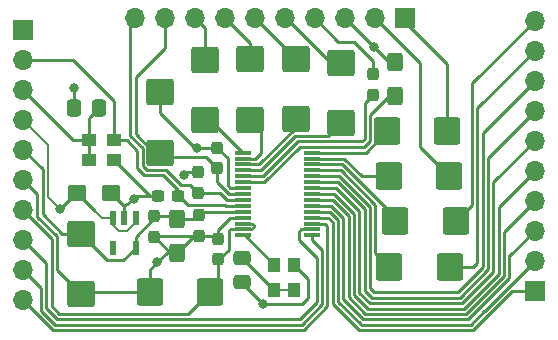
<source format=gbr>
G04 #@! TF.GenerationSoftware,KiCad,Pcbnew,(6.0.5)*
G04 #@! TF.CreationDate,2023-01-29T16:22:37-08:00*
G04 #@! TF.ProjectId,PCM1863,50434d31-3836-4332-9e6b-696361645f70,rev?*
G04 #@! TF.SameCoordinates,Original*
G04 #@! TF.FileFunction,Copper,L1,Top*
G04 #@! TF.FilePolarity,Positive*
%FSLAX46Y46*%
G04 Gerber Fmt 4.6, Leading zero omitted, Abs format (unit mm)*
G04 Created by KiCad (PCBNEW (6.0.5)) date 2023-01-29 16:22:37*
%MOMM*%
%LPD*%
G01*
G04 APERTURE LIST*
G04 Aperture macros list*
%AMRoundRect*
0 Rectangle with rounded corners*
0 $1 Rounding radius*
0 $2 $3 $4 $5 $6 $7 $8 $9 X,Y pos of 4 corners*
0 Add a 4 corners polygon primitive as box body*
4,1,4,$2,$3,$4,$5,$6,$7,$8,$9,$2,$3,0*
0 Add four circle primitives for the rounded corners*
1,1,$1+$1,$2,$3*
1,1,$1+$1,$4,$5*
1,1,$1+$1,$6,$7*
1,1,$1+$1,$8,$9*
0 Add four rect primitives between the rounded corners*
20,1,$1+$1,$2,$3,$4,$5,0*
20,1,$1+$1,$4,$5,$6,$7,0*
20,1,$1+$1,$6,$7,$8,$9,0*
20,1,$1+$1,$8,$9,$2,$3,0*%
G04 Aperture macros list end*
G04 #@! TA.AperFunction,SMDPad,CuDef*
%ADD10R,0.600000X1.150000*%
G04 #@! TD*
G04 #@! TA.AperFunction,SMDPad,CuDef*
%ADD11RoundRect,0.250000X-0.537500X-0.425000X0.537500X-0.425000X0.537500X0.425000X-0.537500X0.425000X0*%
G04 #@! TD*
G04 #@! TA.AperFunction,SMDPad,CuDef*
%ADD12RoundRect,0.250000X-0.925000X0.875000X-0.925000X-0.875000X0.925000X-0.875000X0.925000X0.875000X0*%
G04 #@! TD*
G04 #@! TA.AperFunction,SMDPad,CuDef*
%ADD13RoundRect,0.250000X-0.425000X0.537500X-0.425000X-0.537500X0.425000X-0.537500X0.425000X0.537500X0*%
G04 #@! TD*
G04 #@! TA.AperFunction,SMDPad,CuDef*
%ADD14R,1.475000X0.300000*%
G04 #@! TD*
G04 #@! TA.AperFunction,SMDPad,CuDef*
%ADD15RoundRect,0.250000X0.875000X0.925000X-0.875000X0.925000X-0.875000X-0.925000X0.875000X-0.925000X0*%
G04 #@! TD*
G04 #@! TA.AperFunction,SMDPad,CuDef*
%ADD16RoundRect,0.237500X0.237500X-0.300000X0.237500X0.300000X-0.237500X0.300000X-0.237500X-0.300000X0*%
G04 #@! TD*
G04 #@! TA.AperFunction,SMDPad,CuDef*
%ADD17RoundRect,0.237500X-0.237500X0.300000X-0.237500X-0.300000X0.237500X-0.300000X0.237500X0.300000X0*%
G04 #@! TD*
G04 #@! TA.AperFunction,ComponentPad*
%ADD18R,1.700000X1.700000*%
G04 #@! TD*
G04 #@! TA.AperFunction,ComponentPad*
%ADD19O,1.700000X1.700000*%
G04 #@! TD*
G04 #@! TA.AperFunction,SMDPad,CuDef*
%ADD20RoundRect,0.250000X0.925000X-0.875000X0.925000X0.875000X-0.925000X0.875000X-0.925000X-0.875000X0*%
G04 #@! TD*
G04 #@! TA.AperFunction,SMDPad,CuDef*
%ADD21RoundRect,0.250000X-0.475000X0.337500X-0.475000X-0.337500X0.475000X-0.337500X0.475000X0.337500X0*%
G04 #@! TD*
G04 #@! TA.AperFunction,SMDPad,CuDef*
%ADD22R,1.300000X1.100000*%
G04 #@! TD*
G04 #@! TA.AperFunction,SMDPad,CuDef*
%ADD23RoundRect,0.237500X-0.300000X-0.237500X0.300000X-0.237500X0.300000X0.237500X-0.300000X0.237500X0*%
G04 #@! TD*
G04 #@! TA.AperFunction,SMDPad,CuDef*
%ADD24R,1.100000X1.300000*%
G04 #@! TD*
G04 #@! TA.AperFunction,SMDPad,CuDef*
%ADD25RoundRect,0.250000X0.337500X0.475000X-0.337500X0.475000X-0.337500X-0.475000X0.337500X-0.475000X0*%
G04 #@! TD*
G04 #@! TA.AperFunction,ViaPad*
%ADD26C,0.800000*%
G04 #@! TD*
G04 #@! TA.AperFunction,Conductor*
%ADD27C,0.250000*%
G04 #@! TD*
G04 #@! TA.AperFunction,Conductor*
%ADD28C,0.200000*%
G04 #@! TD*
G04 APERTURE END LIST*
D10*
G04 #@! TO.P,IC1,1,IN*
G04 #@! TO.N,VCC*
X81500000Y-112650000D03*
G04 #@! TO.P,IC1,2,GND*
G04 #@! TO.N,GNDD*
X80550000Y-112650000D03*
G04 #@! TO.P,IC1,3,EN*
G04 #@! TO.N,VCC*
X79600000Y-112650000D03*
G04 #@! TO.P,IC1,4,NC*
G04 #@! TO.N,unconnected-(IC1-Pad4)*
X79600000Y-115150000D03*
G04 #@! TO.P,IC1,5,OUT*
G04 #@! TO.N,LDO*
X81500000Y-115150000D03*
G04 #@! TD*
D11*
G04 #@! TO.P,C6,1*
G04 #@! TO.N,VCC*
X76525000Y-110500000D03*
G04 #@! TO.P,C6,2*
G04 #@! TO.N,GNDD*
X79400000Y-110500000D03*
G04 #@! TD*
D12*
G04 #@! TO.P,C14,1*
G04 #@! TO.N,/A4*
X98900000Y-99500000D03*
G04 #@! TO.P,C14,2*
G04 #@! TO.N,Net-(C14-Pad2)*
X98900000Y-104600000D03*
G04 #@! TD*
G04 #@! TO.P,C18,1*
G04 #@! TO.N,/A2*
X91200000Y-99200000D03*
G04 #@! TO.P,C18,2*
G04 #@! TO.N,Net-(C18-Pad2)*
X91200000Y-104300000D03*
G04 #@! TD*
D13*
G04 #@! TO.P,C11,1*
G04 #@! TO.N,GNDA*
X103500000Y-99425000D03*
G04 #@! TO.P,C11,2*
G04 #@! TO.N,Net-(C11-Pad2)*
X103500000Y-102300000D03*
G04 #@! TD*
D14*
G04 #@! TO.P,U1,1,VINL2/VIN1M*
G04 #@! TO.N,Net-(C19-Pad2)*
X90562000Y-107100000D03*
G04 #@! TO.P,U1,2,VINR2/VIN2M*
G04 #@! TO.N,Net-(C18-Pad2)*
X90562000Y-107600000D03*
G04 #@! TO.P,U1,3,VINL1/VIN1P*
G04 #@! TO.N,Net-(C16-Pad2)*
X90562000Y-108100000D03*
G04 #@! TO.P,U1,4,VINR1/VIN2P*
G04 #@! TO.N,Net-(C14-Pad2)*
X90562000Y-108600000D03*
G04 #@! TO.P,U1,5,Mic_Bias*
G04 #@! TO.N,Net-(C13-Pad2)*
X90562000Y-109100000D03*
G04 #@! TO.P,U1,6,VREF*
G04 #@! TO.N,Net-(C11-Pad2)*
X90562000Y-109600000D03*
G04 #@! TO.P,U1,7,AGND*
G04 #@! TO.N,GNDA*
X90562000Y-110100000D03*
G04 #@! TO.P,U1,8,AVDD*
G04 #@! TO.N,AVDD*
X90562000Y-110600000D03*
G04 #@! TO.P,U1,9,XO*
G04 #@! TO.N,XO*
X90562000Y-111100000D03*
G04 #@! TO.P,U1,10,XI*
G04 #@! TO.N,XI*
X90562000Y-111600000D03*
G04 #@! TO.P,U1,11,LDO*
G04 #@! TO.N,LDO*
X90562000Y-112100000D03*
G04 #@! TO.P,U1,12,DGND*
G04 #@! TO.N,GNDD*
X90562000Y-112600000D03*
G04 #@! TO.P,U1,13,DVDD*
G04 #@! TO.N,DVDD*
X90562000Y-113100000D03*
G04 #@! TO.P,U1,14,IOVDD*
X90562000Y-113600000D03*
G04 #@! TO.P,U1,15,SCKI*
G04 #@! TO.N,SCKI(3.3V)*
X90562000Y-114100000D03*
G04 #@! TO.P,U1,16,LRCK*
G04 #@! TO.N,LRCK*
X96438000Y-114100000D03*
G04 #@! TO.P,U1,17,BCK*
G04 #@! TO.N,BCK*
X96438000Y-113600000D03*
G04 #@! TO.P,U1,18,DOUT*
G04 #@! TO.N,DOUT*
X96438000Y-113100000D03*
G04 #@! TO.P,U1,19,GPIO3/INTC*
G04 #@! TO.N,/A6*
X96438000Y-112600000D03*
G04 #@! TO.P,U1,20,GPIO2/INTB/DMCLK*
G04 #@! TO.N,/A7*
X96438000Y-112100000D03*
G04 #@! TO.P,U1,21,GPIO1/INTA/DMIN*
G04 #@! TO.N,/A8*
X96438000Y-111600000D03*
G04 #@! TO.P,U1,22,MISO/GPIO0/DMIN2*
G04 #@! TO.N,/A9*
X96438000Y-111100000D03*
G04 #@! TO.P,U1,23,MOSI/SDA*
G04 #@! TO.N,/A10*
X96438000Y-110600000D03*
G04 #@! TO.P,U1,24,MC/SCL*
G04 #@! TO.N,/A11*
X96438000Y-110100000D03*
G04 #@! TO.P,U1,25,MS/AD*
G04 #@! TO.N,/A12*
X96438000Y-109600000D03*
G04 #@! TO.P,U1,26,MD0*
G04 #@! TO.N,/A13*
X96438000Y-109100000D03*
G04 #@! TO.P,U1,27,VINL4/VIN4M*
G04 #@! TO.N,Net-(C23-Pad2)*
X96438000Y-108600000D03*
G04 #@! TO.P,U1,28,VINR4/VIN3M*
G04 #@! TO.N,Net-(C22-Pad2)*
X96438000Y-108100000D03*
G04 #@! TO.P,U1,29,VINL3/VIN4P*
G04 #@! TO.N,Net-(C21-Pad2)*
X96438000Y-107600000D03*
G04 #@! TO.P,U1,30,VINR3/VIN3P*
G04 #@! TO.N,Net-(C20-Pad2)*
X96438000Y-107100000D03*
G04 #@! TD*
D15*
G04 #@! TO.P,C20,1*
G04 #@! TO.N,/A17*
X107900000Y-105300000D03*
G04 #@! TO.P,C20,2*
G04 #@! TO.N,Net-(C20-Pad2)*
X102800000Y-105300000D03*
G04 #@! TD*
D16*
G04 #@! TO.P,C15,1*
G04 #@! TO.N,DVDD*
X88500000Y-116100000D03*
G04 #@! TO.P,C15,2*
G04 #@! TO.N,GNDD*
X88500000Y-114375000D03*
G04 #@! TD*
D17*
G04 #@! TO.P,C10,1*
G04 #@! TO.N,GNDA*
X88400000Y-106675000D03*
G04 #@! TO.P,C10,2*
G04 #@! TO.N,AVDD*
X88400000Y-108400000D03*
G04 #@! TD*
D12*
G04 #@! TO.P,C8,1*
G04 #@! TO.N,GNDA*
X83600000Y-102000000D03*
G04 #@! TO.P,C8,2*
G04 #@! TO.N,AVDD*
X83600000Y-107100000D03*
G04 #@! TD*
D18*
G04 #@! TO.P,J1,1,Pin_1*
G04 #@! TO.N,unconnected-(J1-Pad1)*
X72000000Y-96740000D03*
D19*
G04 #@! TO.P,J1,2,Pin_2*
G04 #@! TO.N,XI*
X72000000Y-99280000D03*
G04 #@! TO.P,J1,3,Pin_3*
G04 #@! TO.N,+1V8*
X72000000Y-101820000D03*
G04 #@! TO.P,J1,4,Pin_4*
G04 #@! TO.N,VCC*
X72000000Y-104360000D03*
G04 #@! TO.P,J1,5,Pin_5*
G04 #@! TO.N,LDO*
X72000000Y-106900000D03*
G04 #@! TO.P,J1,6,Pin_6*
G04 #@! TO.N,GNDD*
X72000000Y-109440000D03*
G04 #@! TO.P,J1,7,Pin_7*
G04 #@! TO.N,DVDD*
X72000000Y-111980000D03*
G04 #@! TO.P,J1,8,Pin_8*
G04 #@! TO.N,BCK*
X72000000Y-114520000D03*
G04 #@! TO.P,J1,9,Pin_9*
G04 #@! TO.N,LRCK*
X72000000Y-117060000D03*
G04 #@! TO.P,J1,10,Pin_10*
G04 #@! TO.N,DOUT*
X72000000Y-119600000D03*
G04 #@! TD*
D20*
G04 #@! TO.P,C5,1*
G04 #@! TO.N,GNDD*
X76900000Y-119100000D03*
G04 #@! TO.P,C5,2*
G04 #@! TO.N,LDO*
X76900000Y-114000000D03*
G04 #@! TD*
D18*
G04 #@! TO.P,J3,1,Pin_1*
G04 #@! TO.N,/A6*
X115300000Y-118800000D03*
D19*
G04 #@! TO.P,J3,2,Pin_2*
G04 #@! TO.N,/A7*
X115300000Y-116260000D03*
G04 #@! TO.P,J3,3,Pin_3*
G04 #@! TO.N,/A8*
X115300000Y-113720000D03*
G04 #@! TO.P,J3,4,Pin_4*
G04 #@! TO.N,/A9*
X115300000Y-111180000D03*
G04 #@! TO.P,J3,5,Pin_5*
G04 #@! TO.N,/A10*
X115300000Y-108640000D03*
G04 #@! TO.P,J3,6,Pin_6*
G04 #@! TO.N,/A11*
X115300000Y-106100000D03*
G04 #@! TO.P,J3,7,Pin_7*
G04 #@! TO.N,/A12*
X115300000Y-103560000D03*
G04 #@! TO.P,J3,8,Pin_8*
G04 #@! TO.N,/A13*
X115300000Y-101020000D03*
G04 #@! TO.P,J3,9,Pin_9*
G04 #@! TO.N,/A14*
X115300000Y-98480000D03*
G04 #@! TO.P,J3,10,Pin_10*
G04 #@! TO.N,/A15*
X115300000Y-95940000D03*
G04 #@! TD*
D16*
G04 #@! TO.P,C4,2*
G04 #@! TO.N,LDO*
X83100000Y-112475000D03*
G04 #@! TO.P,C4,1*
G04 #@! TO.N,GNDD*
X83100000Y-114200000D03*
G04 #@! TD*
D17*
G04 #@! TO.P,C9,1*
G04 #@! TO.N,LDO*
X86900000Y-112400000D03*
G04 #@! TO.P,C9,2*
G04 #@! TO.N,GNDD*
X86900000Y-114125000D03*
G04 #@! TD*
D21*
G04 #@! TO.P,C17,1*
G04 #@! TO.N,VCC*
X90500000Y-116000000D03*
G04 #@! TO.P,C17,2*
G04 #@! TO.N,GNDD*
X90500000Y-118075000D03*
G04 #@! TD*
D22*
G04 #@! TO.P,Y1,1,_TRI-STATE_(STBY)*
G04 #@! TO.N,+1V8*
X77550000Y-107700000D03*
G04 #@! TO.P,Y1,2,GND/CASE*
G04 #@! TO.N,GNDD*
X79650000Y-107700000D03*
G04 #@! TO.P,Y1,3,OUTPUT*
G04 #@! TO.N,XI*
X79650000Y-106050000D03*
G04 #@! TO.P,Y1,4,VDD*
G04 #@! TO.N,+1V8*
X77550000Y-106050000D03*
G04 #@! TD*
D18*
G04 #@! TO.P,J2,1,Pin_1*
G04 #@! TO.N,/A17*
X104300000Y-95700000D03*
D19*
G04 #@! TO.P,J2,2,Pin_2*
G04 #@! TO.N,/A16*
X101760000Y-95700000D03*
G04 #@! TO.P,J2,3,Pin_3*
G04 #@! TO.N,GNDA*
X99220000Y-95700000D03*
G04 #@! TO.P,J2,4,Pin_4*
G04 #@! TO.N,/A5*
X96680000Y-95700000D03*
G04 #@! TO.P,J2,5,Pin_5*
G04 #@! TO.N,/A4*
X94140000Y-95700000D03*
G04 #@! TO.P,J2,6,Pin_6*
G04 #@! TO.N,/A3*
X91600000Y-95700000D03*
G04 #@! TO.P,J2,7,Pin_7*
G04 #@! TO.N,/A2*
X89060000Y-95700000D03*
G04 #@! TO.P,J2,8,Pin_8*
G04 #@! TO.N,/A1*
X86520000Y-95700000D03*
G04 #@! TO.P,J2,9,Pin_9*
G04 #@! TO.N,AVDD*
X83980000Y-95700000D03*
G04 #@! TO.P,J2,10,Pin_10*
G04 #@! TO.N,XO*
X81440000Y-95700000D03*
G04 #@! TD*
D12*
G04 #@! TO.P,C19,1*
G04 #@! TO.N,/A1*
X87400000Y-99250000D03*
G04 #@! TO.P,C19,2*
G04 #@! TO.N,Net-(C19-Pad2)*
X87400000Y-104350000D03*
G04 #@! TD*
D23*
G04 #@! TO.P,C3,1*
G04 #@! TO.N,GNDD*
X83375000Y-110800000D03*
G04 #@! TO.P,C3,2*
G04 #@! TO.N,XI*
X85100000Y-110800000D03*
G04 #@! TD*
D15*
G04 #@! TO.P,C23,1*
G04 #@! TO.N,/A14*
X108100000Y-116800000D03*
G04 #@! TO.P,C23,2*
G04 #@! TO.N,Net-(C23-Pad2)*
X103000000Y-116800000D03*
G04 #@! TD*
D17*
G04 #@! TO.P,C13,1*
G04 #@! TO.N,/A5*
X101600000Y-100475000D03*
G04 #@! TO.P,C13,2*
G04 #@! TO.N,Net-(C13-Pad2)*
X101600000Y-102200000D03*
G04 #@! TD*
D12*
G04 #@! TO.P,C16,1*
G04 #@! TO.N,/A3*
X95100000Y-99150000D03*
G04 #@! TO.P,C16,2*
G04 #@! TO.N,Net-(C16-Pad2)*
X95100000Y-104250000D03*
G04 #@! TD*
D24*
G04 #@! TO.P,Y2,1,_TRI-STATE_(STBY)*
G04 #@! TO.N,VCC*
X94900000Y-118700000D03*
G04 #@! TO.P,Y2,2,GND/CASE*
G04 #@! TO.N,GNDD*
X94900000Y-116600000D03*
G04 #@! TO.P,Y2,3,OUTPUT*
G04 #@! TO.N,SCKI(3.3V)*
X93250000Y-116600000D03*
G04 #@! TO.P,Y2,4,VDD*
G04 #@! TO.N,VCC*
X93250000Y-118700000D03*
G04 #@! TD*
D15*
G04 #@! TO.P,C22,1*
G04 #@! TO.N,/A15*
X108600000Y-112900000D03*
G04 #@! TO.P,C22,2*
G04 #@! TO.N,Net-(C22-Pad2)*
X103500000Y-112900000D03*
G04 #@! TD*
G04 #@! TO.P,C12,1*
G04 #@! TO.N,DVDD*
X87800000Y-118900000D03*
G04 #@! TO.P,C12,2*
G04 #@! TO.N,GNDD*
X82700000Y-118900000D03*
G04 #@! TD*
D25*
G04 #@! TO.P,C1,2*
G04 #@! TO.N,GNDD*
X76325000Y-103300000D03*
G04 #@! TO.P,C1,1*
G04 #@! TO.N,+1V8*
X78400000Y-103300000D03*
G04 #@! TD*
D13*
G04 #@! TO.P,C7,1*
G04 #@! TO.N,LDO*
X85000000Y-112700000D03*
G04 #@! TO.P,C7,2*
G04 #@! TO.N,GNDD*
X85000000Y-115575000D03*
G04 #@! TD*
D17*
G04 #@! TO.P,C2,1*
G04 #@! TO.N,GNDD*
X86800000Y-108775000D03*
G04 #@! TO.P,C2,2*
G04 #@! TO.N,XO*
X86800000Y-110500000D03*
G04 #@! TD*
D15*
G04 #@! TO.P,C21,1*
G04 #@! TO.N,/A16*
X108050000Y-109100000D03*
G04 #@! TO.P,C21,2*
G04 #@! TO.N,Net-(C21-Pad2)*
X102950000Y-109100000D03*
G04 #@! TD*
D26*
G04 #@! TO.N,GNDA*
X83600000Y-102000000D03*
G04 #@! TO.N,GNDD*
X81400000Y-111000000D03*
G04 #@! TO.N,GNDA*
X101710000Y-98190000D03*
X86725000Y-106675000D03*
G04 #@! TO.N,GNDD*
X92300000Y-119900000D03*
X83350000Y-116350000D03*
X85600000Y-109000000D03*
X76325000Y-101625000D03*
G04 #@! TO.N,VCC*
X90500000Y-116000000D03*
X75100000Y-111900000D03*
G04 #@! TD*
D27*
G04 #@! TO.N,VCC*
X76525000Y-110500000D02*
X78062500Y-112037500D01*
D28*
X78062500Y-112037500D02*
X78675000Y-112650000D01*
D27*
X76500000Y-110500000D02*
X75100000Y-111900000D01*
X76525000Y-110500000D02*
X76500000Y-110500000D01*
D28*
X74048551Y-110848551D02*
X74048551Y-106408551D01*
X74048551Y-106408551D02*
X72000000Y-104360000D01*
X75100000Y-111900000D02*
X74048551Y-110848551D01*
X78675000Y-112650000D02*
X79600000Y-112650000D01*
D27*
G04 #@! TO.N,LDO*
X75291436Y-114000000D02*
X73624031Y-112332595D01*
X73624031Y-112332595D02*
X73624031Y-108524031D01*
X76900000Y-114000000D02*
X75291436Y-114000000D01*
X73624031Y-108524031D02*
X72000000Y-106900000D01*
G04 #@! TO.N,GNDD*
X73174511Y-110614511D02*
X72000000Y-109440000D01*
X73174511Y-112518793D02*
X73174511Y-110614511D01*
X76900000Y-119100000D02*
X74848560Y-117048560D01*
X74848560Y-117048560D02*
X74848560Y-114192842D01*
X74848560Y-114192842D02*
X73174511Y-112518793D01*
G04 #@! TO.N,+1V8*
X76230000Y-106050000D02*
X77550000Y-106050000D01*
X72000000Y-101820000D02*
X76230000Y-106050000D01*
G04 #@! TO.N,XI*
X76180000Y-99280000D02*
X72000000Y-99280000D01*
X79650000Y-106050000D02*
X79650000Y-102750000D01*
X79650000Y-102750000D02*
X76180000Y-99280000D01*
G04 #@! TO.N,GNDD*
X77100000Y-118900000D02*
X76900000Y-119100000D01*
X82700000Y-118900000D02*
X77100000Y-118900000D01*
X81400000Y-111000000D02*
X81400000Y-110800000D01*
X80550000Y-111650000D02*
X81400000Y-111000000D01*
X81400000Y-110800000D02*
X83375000Y-110800000D01*
X80550000Y-111650000D02*
X79400000Y-110500000D01*
X80550000Y-112650000D02*
X80550000Y-111650000D01*
D28*
G04 #@! TO.N,VCC*
X80800000Y-113700000D02*
X81500000Y-113000000D01*
X80100000Y-113700000D02*
X80800000Y-113700000D01*
X81500000Y-113000000D02*
X81500000Y-112650000D01*
X79600000Y-113200000D02*
X80100000Y-113700000D01*
X79600000Y-112650000D02*
X79600000Y-113200000D01*
D27*
G04 #@! TO.N,LDO*
X83100000Y-112600000D02*
X83100000Y-112475000D01*
X81500000Y-114200000D02*
X83100000Y-112600000D01*
X81500000Y-115150000D02*
X81500000Y-114200000D01*
X79100000Y-116200000D02*
X80450000Y-116200000D01*
X80450000Y-116200000D02*
X81500000Y-115150000D01*
X76900000Y-114000000D02*
X79100000Y-116200000D01*
G04 #@! TO.N,DVDD*
X74399040Y-120091886D02*
X74399040Y-114379040D01*
X74399040Y-114379040D02*
X72000000Y-111980000D01*
X75057634Y-120750480D02*
X74399040Y-120091886D01*
X87800000Y-118900000D02*
X85949520Y-120750480D01*
X85949520Y-120750480D02*
X75057634Y-120750480D01*
G04 #@! TO.N,BCK*
X73949520Y-116469520D02*
X72000000Y-114520000D01*
X73949520Y-120278084D02*
X73949520Y-116469520D01*
X96851440Y-116051440D02*
X96851440Y-119748560D01*
X95400000Y-121200000D02*
X74871436Y-121200000D01*
X95300000Y-114500000D02*
X96851440Y-116051440D01*
X74871436Y-121200000D02*
X73949520Y-120278084D01*
X95300000Y-113800000D02*
X95300000Y-114500000D01*
X95500000Y-113600000D02*
X95300000Y-113800000D01*
X96438000Y-113600000D02*
X95500000Y-113600000D01*
X96851440Y-119748560D02*
X95400000Y-121200000D01*
G04 #@! TO.N,LRCK*
X73500000Y-118560000D02*
X72000000Y-117060000D01*
X73500000Y-120464282D02*
X73500000Y-118560000D01*
X74685238Y-121649520D02*
X73500000Y-120464282D01*
X95485238Y-121649520D02*
X74685238Y-121649520D01*
G04 #@! TO.N,DOUT*
X74549520Y-122149520D02*
X72000000Y-119600000D01*
X95721915Y-122149520D02*
X74549520Y-122149520D01*
X97750480Y-120120956D02*
X95721915Y-122149520D01*
X97500000Y-113100000D02*
X97750480Y-113350480D01*
X96438000Y-113100000D02*
X97500000Y-113100000D01*
X97750480Y-113350480D02*
X97750480Y-120120956D01*
G04 #@! TO.N,+1V8*
X78400000Y-103300000D02*
X77550000Y-104150000D01*
X77550000Y-106050000D02*
X77550000Y-107700000D01*
X77550000Y-104150000D02*
X77550000Y-106050000D01*
G04 #@! TO.N,GNDA*
X89300000Y-109874522D02*
X89300000Y-107575000D01*
X83600000Y-103700000D02*
X86575000Y-106675000D01*
X86725000Y-106675000D02*
X88400000Y-106675000D01*
X89300000Y-107575000D02*
X88400000Y-106675000D01*
X99220000Y-95700000D02*
X101710000Y-98190000D01*
X101710000Y-98190000D02*
X102945000Y-99425000D01*
X83600000Y-102000000D02*
X83600000Y-103700000D01*
X86575000Y-106675000D02*
X86725000Y-106675000D01*
X102945000Y-99425000D02*
X103500000Y-99425000D01*
X90562000Y-110100000D02*
X89525478Y-110100000D01*
X89525478Y-110100000D02*
X89300000Y-109874522D01*
G04 #@! TO.N,GNDD*
X88250000Y-114125000D02*
X88500000Y-114375000D01*
X92300000Y-119900000D02*
X95600000Y-119900000D01*
X88500000Y-114375000D02*
X88500000Y-113625478D01*
X84125000Y-115575000D02*
X85000000Y-115575000D01*
X96100000Y-119400000D02*
X96100000Y-117800000D01*
X86900000Y-114125000D02*
X88250000Y-114125000D01*
X95600000Y-119900000D02*
X96100000Y-119400000D01*
X86800000Y-108775000D02*
X85825000Y-108775000D01*
X82750000Y-110800000D02*
X83375000Y-110800000D01*
X82700000Y-118900000D02*
X82700000Y-117000000D01*
X85825000Y-108775000D02*
X85600000Y-109000000D01*
X82700000Y-117000000D02*
X83350000Y-116350000D01*
X76325000Y-103300000D02*
X76325000Y-101625000D01*
X89525478Y-112600000D02*
X90562000Y-112600000D01*
X83350000Y-116350000D02*
X84125000Y-115575000D01*
X83100000Y-114200000D02*
X83175000Y-114125000D01*
X86450000Y-114125000D02*
X86900000Y-114125000D01*
X96100000Y-117800000D02*
X95217859Y-116917859D01*
X90500000Y-118075000D02*
X90500000Y-118100000D01*
X84475000Y-115575000D02*
X83100000Y-114200000D01*
X85000000Y-115575000D02*
X86450000Y-114125000D01*
X88500000Y-113625478D02*
X89525478Y-112600000D01*
X85000000Y-115575000D02*
X84475000Y-115575000D01*
X90500000Y-118100000D02*
X92300000Y-119900000D01*
X83175000Y-114125000D02*
X86900000Y-114125000D01*
X79650000Y-107700000D02*
X82750000Y-110800000D01*
G04 #@! TO.N,XO*
X84117379Y-108549520D02*
X82437027Y-108549520D01*
X81050480Y-105686197D02*
X81050480Y-96089520D01*
X88654043Y-110500000D02*
X86800000Y-110500000D01*
X89254043Y-111100000D02*
X88654043Y-110500000D01*
X86100000Y-109800000D02*
X85367859Y-109800000D01*
X82437027Y-108549520D02*
X82100480Y-108212973D01*
X90562000Y-111100000D02*
X89254043Y-111100000D01*
X81050480Y-96089520D02*
X81440000Y-95700000D01*
X86800000Y-110500000D02*
X86100000Y-109800000D01*
X82100480Y-106736197D02*
X81050480Y-105686197D01*
X81050480Y-96389520D02*
X81440000Y-96000000D01*
X82100480Y-108212973D02*
X82100480Y-106736197D01*
X85367859Y-109800000D02*
X84117379Y-108549520D01*
G04 #@! TO.N,XI*
X80778565Y-106050000D02*
X79650000Y-106050000D01*
X85937980Y-111537980D02*
X85200000Y-110800000D01*
X82250829Y-108999040D02*
X81650960Y-108399170D01*
X85100000Y-110800000D02*
X85100000Y-110250000D01*
X89149520Y-111600000D02*
X90562000Y-111600000D01*
X83849040Y-108999040D02*
X82250829Y-108999040D01*
X81650960Y-108399170D02*
X81650960Y-106922395D01*
X89087500Y-111537980D02*
X89149520Y-111600000D01*
X85200000Y-110800000D02*
X85100000Y-110800000D01*
X81650960Y-106922395D02*
X80778565Y-106050000D01*
X85937980Y-111537980D02*
X89087500Y-111537980D01*
X85100000Y-110250000D02*
X83849040Y-108999040D01*
G04 #@! TO.N,LDO*
X90562000Y-112100000D02*
X87200000Y-112100000D01*
X86600000Y-112700000D02*
X86900000Y-112400000D01*
X85000000Y-112700000D02*
X86600000Y-112700000D01*
X84775000Y-112475000D02*
X85000000Y-112700000D01*
X83100000Y-112475000D02*
X84775000Y-112475000D01*
X87200000Y-112100000D02*
X86900000Y-112400000D01*
G04 #@! TO.N,VCC*
X90500000Y-116000000D02*
X93200000Y-118700000D01*
D28*
X94900000Y-118700000D02*
X93250000Y-118700000D01*
D27*
X93200000Y-118700000D02*
X93250000Y-118700000D01*
G04 #@! TO.N,AVDD*
X88400000Y-109610239D02*
X88400000Y-108400000D01*
X83980000Y-98220000D02*
X81500000Y-100700000D01*
X89389760Y-110600000D02*
X89075958Y-110286197D01*
X88400000Y-108400000D02*
X87500000Y-107500000D01*
X81500000Y-105500000D02*
X83100000Y-107100000D01*
X87500000Y-107500000D02*
X84000000Y-107500000D01*
X89075958Y-110286197D02*
X88400000Y-109610239D01*
X83980000Y-95700000D02*
X83980000Y-98220000D01*
X81500000Y-100700000D02*
X81500000Y-105500000D01*
X84000000Y-107500000D02*
X83600000Y-107100000D01*
X90562000Y-110600000D02*
X89389760Y-110600000D01*
X83100000Y-107100000D02*
X83600000Y-107100000D01*
G04 #@! TO.N,Net-(C11-Pad2)*
X101350480Y-106113802D02*
X101350480Y-103949520D01*
X90562000Y-109600000D02*
X92401478Y-109600000D01*
X95401478Y-106600000D02*
X100864282Y-106600000D01*
X92401478Y-109600000D02*
X95401478Y-106600000D01*
X103000000Y-102300000D02*
X103500000Y-102300000D01*
X100864282Y-106600000D02*
X101350480Y-106113802D01*
X101350480Y-103949520D02*
X103000000Y-102300000D01*
G04 #@! TO.N,DVDD*
X89400000Y-113725478D02*
X89400000Y-115300000D01*
X90562000Y-113100000D02*
X91400000Y-113100000D01*
X88500000Y-116100000D02*
X88600000Y-116100000D01*
X91500000Y-113200000D02*
X91500000Y-113400000D01*
X91300000Y-113600000D02*
X90562000Y-113600000D01*
X91500000Y-113400000D02*
X91300000Y-113600000D01*
X89525478Y-113600000D02*
X89400000Y-113725478D01*
X91400000Y-113100000D02*
X91500000Y-113200000D01*
X88600000Y-116100000D02*
X89400000Y-115300000D01*
X90562000Y-113600000D02*
X89525478Y-113600000D01*
X88500000Y-118200000D02*
X87800000Y-118900000D01*
X88500000Y-116100000D02*
X88500000Y-118200000D01*
G04 #@! TO.N,/A5*
X96680000Y-95700000D02*
X98680000Y-97700000D01*
X101600000Y-100475000D02*
X101600000Y-99300000D01*
X98680000Y-97700000D02*
X99200000Y-97700000D01*
X101600000Y-99300000D02*
X100000000Y-97700000D01*
X100000000Y-97700000D02*
X99200000Y-97700000D01*
G04 #@! TO.N,Net-(C13-Pad2)*
X100678084Y-106150480D02*
X100900960Y-105927604D01*
X90562000Y-109100000D02*
X92265760Y-109100000D01*
X100900960Y-102899040D02*
X101600000Y-102200000D01*
X100900960Y-105927604D02*
X100900960Y-102899040D01*
X92265760Y-109100000D02*
X95215281Y-106150480D01*
X95215281Y-106150480D02*
X100678084Y-106150480D01*
G04 #@! TO.N,/A4*
X94262493Y-95700000D02*
X98062493Y-99500000D01*
X94140000Y-95700000D02*
X94262493Y-95700000D01*
X98062493Y-99500000D02*
X98900000Y-99500000D01*
G04 #@! TO.N,Net-(C14-Pad2)*
X92130042Y-108600000D02*
X95029084Y-105700960D01*
X95029084Y-105700960D02*
X97799040Y-105700960D01*
X97799040Y-105700960D02*
X98900000Y-104600000D01*
X90562000Y-108600000D02*
X92130042Y-108600000D01*
G04 #@! TO.N,/A3*
X95050000Y-99150000D02*
X95100000Y-99150000D01*
X91600000Y-95700000D02*
X95050000Y-99150000D01*
G04 #@! TO.N,Net-(C16-Pad2)*
X90562000Y-108100000D02*
X91994324Y-108100000D01*
X91994324Y-108100000D02*
X95100000Y-104994324D01*
X95100000Y-104994324D02*
X95100000Y-104250000D01*
G04 #@! TO.N,/A2*
X89060000Y-95700000D02*
X91200000Y-97840000D01*
X91200000Y-97840000D02*
X91200000Y-99200000D01*
G04 #@! TO.N,Net-(C18-Pad2)*
X92100000Y-105200000D02*
X91200000Y-104300000D01*
X91598522Y-107600000D02*
X92100000Y-107098522D01*
X90562000Y-107600000D02*
X91598522Y-107600000D01*
X92100000Y-107098522D02*
X92100000Y-105200000D01*
G04 #@! TO.N,/A1*
X87400000Y-96580000D02*
X87400000Y-99250000D01*
X86520000Y-95700000D02*
X87400000Y-96580000D01*
G04 #@! TO.N,Net-(C19-Pad2)*
X87812000Y-104350000D02*
X87400000Y-104350000D01*
X90562000Y-107100000D02*
X87812000Y-104350000D01*
G04 #@! TO.N,/A17*
X107900000Y-99600000D02*
X104300000Y-96000000D01*
X104300000Y-96000000D02*
X104300000Y-95700000D01*
X107900000Y-105300000D02*
X107900000Y-99600000D01*
G04 #@! TO.N,Net-(C20-Pad2)*
X96438000Y-107100000D02*
X101000000Y-107100000D01*
X101000000Y-107100000D02*
X102800000Y-105300000D01*
G04 #@! TO.N,/A16*
X105600000Y-106650000D02*
X105600000Y-99500000D01*
X108050000Y-109100000D02*
X105600000Y-106650000D01*
X105560000Y-99500000D02*
X101760000Y-95700000D01*
G04 #@! TO.N,Net-(C21-Pad2)*
X100657176Y-109100000D02*
X102950000Y-109100000D01*
X99157176Y-107600000D02*
X100657176Y-109100000D01*
X96438000Y-107600000D02*
X99157176Y-107600000D01*
G04 #@! TO.N,/A15*
X110000960Y-111499040D02*
X110000960Y-101239040D01*
X110000960Y-101239040D02*
X115300000Y-95940000D01*
X108600000Y-112900000D02*
X110000960Y-111499040D01*
G04 #@! TO.N,Net-(C22-Pad2)*
X96438000Y-108100000D02*
X99021458Y-108100000D01*
X99021458Y-108100000D02*
X103500000Y-112578542D01*
X103500000Y-112578542D02*
X103500000Y-112900000D01*
G04 #@! TO.N,/A14*
X110100000Y-116800000D02*
X110450480Y-116449520D01*
X108100000Y-116800000D02*
X110100000Y-116800000D01*
X110450480Y-103329520D02*
X115300000Y-98480000D01*
X110450480Y-116449520D02*
X110450480Y-103329520D01*
G04 #@! TO.N,Net-(C23-Pad2)*
X101799040Y-111513300D02*
X101799040Y-115599040D01*
X96438000Y-108600000D02*
X98885740Y-108600000D01*
X101799040Y-115599040D02*
X103000000Y-116800000D01*
X98885740Y-108600000D02*
X101799040Y-111513300D01*
G04 #@! TO.N,SCKI(3.3V)*
X90562000Y-114100000D02*
X90750000Y-114100000D01*
X90750000Y-114100000D02*
X93250000Y-116600000D01*
G04 #@! TO.N,LRCK*
X97300960Y-119934758D02*
X95586198Y-121649520D01*
X96438000Y-114100000D02*
X96438000Y-114500000D01*
X97300960Y-115362960D02*
X97300960Y-119934758D01*
X95586198Y-121649520D02*
X95500000Y-121649520D01*
X96438000Y-114500000D02*
X97300960Y-115362960D01*
G04 #@! TO.N,/A6*
X96438000Y-112600000D02*
X97800000Y-112600000D01*
X110095718Y-122100000D02*
X113395717Y-118800000D01*
X97800000Y-112600000D02*
X98200000Y-113000000D01*
X98200000Y-119900000D02*
X100400000Y-122100000D01*
X100400000Y-122100000D02*
X110095718Y-122100000D01*
X113395717Y-118800000D02*
X115300000Y-118800000D01*
X98200000Y-113000000D02*
X98200000Y-119900000D01*
G04 #@! TO.N,/A7*
X100567859Y-121632141D02*
X100586198Y-121650480D01*
X111007153Y-120507153D02*
X111052847Y-120507153D01*
X100567859Y-121632141D02*
X100586199Y-121650480D01*
X111052847Y-120507153D02*
X115300000Y-116260000D01*
X97935718Y-112100000D02*
X98649520Y-112813803D01*
X109863827Y-121650479D02*
X111007153Y-120507153D01*
X98649520Y-112813803D02*
X98649520Y-119713802D01*
X98649520Y-119713802D02*
X100567859Y-121632141D01*
X96438000Y-112100000D02*
X97935718Y-112100000D01*
X100586199Y-121650480D02*
X109863827Y-121650479D01*
G04 #@! TO.N,/A8*
X113147599Y-117730987D02*
X113147599Y-115800000D01*
X113147599Y-115800000D02*
X113220000Y-115800000D01*
X99100000Y-112628565D02*
X99100000Y-119528564D01*
X96438000Y-111600000D02*
X98071435Y-111600000D01*
X100772396Y-121200960D02*
X109677629Y-121200959D01*
X113220000Y-115800000D02*
X115300000Y-113720000D01*
X98071435Y-111600000D02*
X99100000Y-112628565D01*
X99100000Y-119528564D02*
X100772396Y-121200960D01*
X109677629Y-121200959D02*
X113147599Y-117730987D01*
G04 #@! TO.N,/A9*
X112698080Y-117544788D02*
X112698080Y-113781920D01*
X109491431Y-120751440D02*
X112698080Y-117544788D01*
X112698080Y-113781920D02*
X115300000Y-111180000D01*
X100958594Y-120751440D02*
X109491431Y-120751440D01*
X98207153Y-111100000D02*
X99549520Y-112442368D01*
X99549520Y-112442368D02*
X99549520Y-119342366D01*
X96438000Y-111100000D02*
X98207153Y-111100000D01*
X99549520Y-119342366D02*
X100958594Y-120751440D01*
G04 #@! TO.N,/A10*
X96438000Y-110600000D02*
X98342870Y-110600000D01*
X98342870Y-110600000D02*
X100000000Y-112257130D01*
X101144792Y-120301920D02*
X109305233Y-120301920D01*
X100000000Y-119157128D02*
X101144792Y-120301920D01*
X109305233Y-120301920D02*
X112248560Y-117358591D01*
X112248560Y-117358591D02*
X112248560Y-111691440D01*
X100000000Y-112257130D02*
X100000000Y-119157128D01*
X112248560Y-111691440D02*
X115300000Y-108640000D01*
G04 #@! TO.N,/A11*
X100449520Y-112070933D02*
X100449520Y-118970930D01*
X111799040Y-117172394D02*
X111799040Y-109600960D01*
X109119036Y-119852400D02*
X111799040Y-117172394D01*
X98478588Y-110100000D02*
X100449520Y-112070933D01*
X111799040Y-109600960D02*
X115300000Y-106100000D01*
X96438000Y-110100000D02*
X98478588Y-110100000D01*
X101330990Y-119852400D02*
X109119036Y-119852400D01*
X100449520Y-118970930D02*
X101330990Y-119852400D01*
G04 #@! TO.N,/A12*
X96438000Y-109600000D02*
X98614306Y-109600000D01*
X101517188Y-119402880D02*
X108932838Y-119402880D01*
X111349520Y-107510480D02*
X115300000Y-103560000D01*
X111349520Y-116986197D02*
X111349520Y-107510480D01*
X108932838Y-119402880D02*
X111349520Y-116986197D01*
X100900000Y-111885694D02*
X100900000Y-118785692D01*
X100900000Y-118785692D02*
X101517188Y-119402880D01*
X98614306Y-109600000D02*
X100900000Y-111885694D01*
G04 #@! TO.N,/A13*
X101349520Y-118599494D02*
X101675013Y-118924987D01*
X110900000Y-116800000D02*
X110900000Y-105420000D01*
X108775013Y-118924987D02*
X110900000Y-116800000D01*
X101349520Y-111699497D02*
X101349520Y-118599494D01*
X98750023Y-109100000D02*
X101349520Y-111699497D01*
X101675013Y-118924987D02*
X108775013Y-118924987D01*
X110900000Y-105420000D02*
X115300000Y-101020000D01*
X96438000Y-109100000D02*
X98750023Y-109100000D01*
G04 #@! TD*
M02*

</source>
